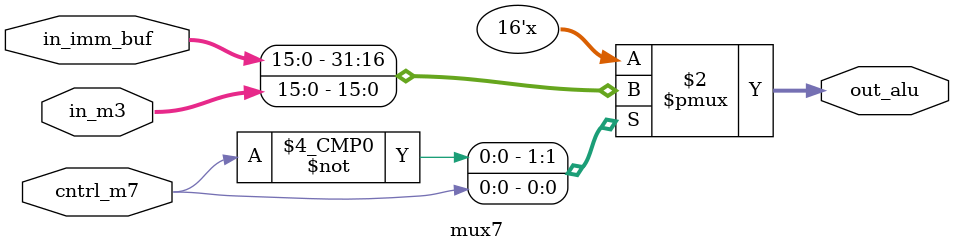
<source format=v>
module mux7(cntrl_m7,in_m3,in_imm_buf,out_alu);

//Inputs
input wire [15:0] in_m3,in_imm_buf;
input wire cntrl_m7;

//output
output reg [15:0] out_alu;

always @(*)
begin
case(cntrl_m7)
1'b0: out_alu[15:0]=in_imm_buf[15:0];
1'b1: out_alu[15:0]=in_m3[15:0];
endcase
end
endmodule

</source>
